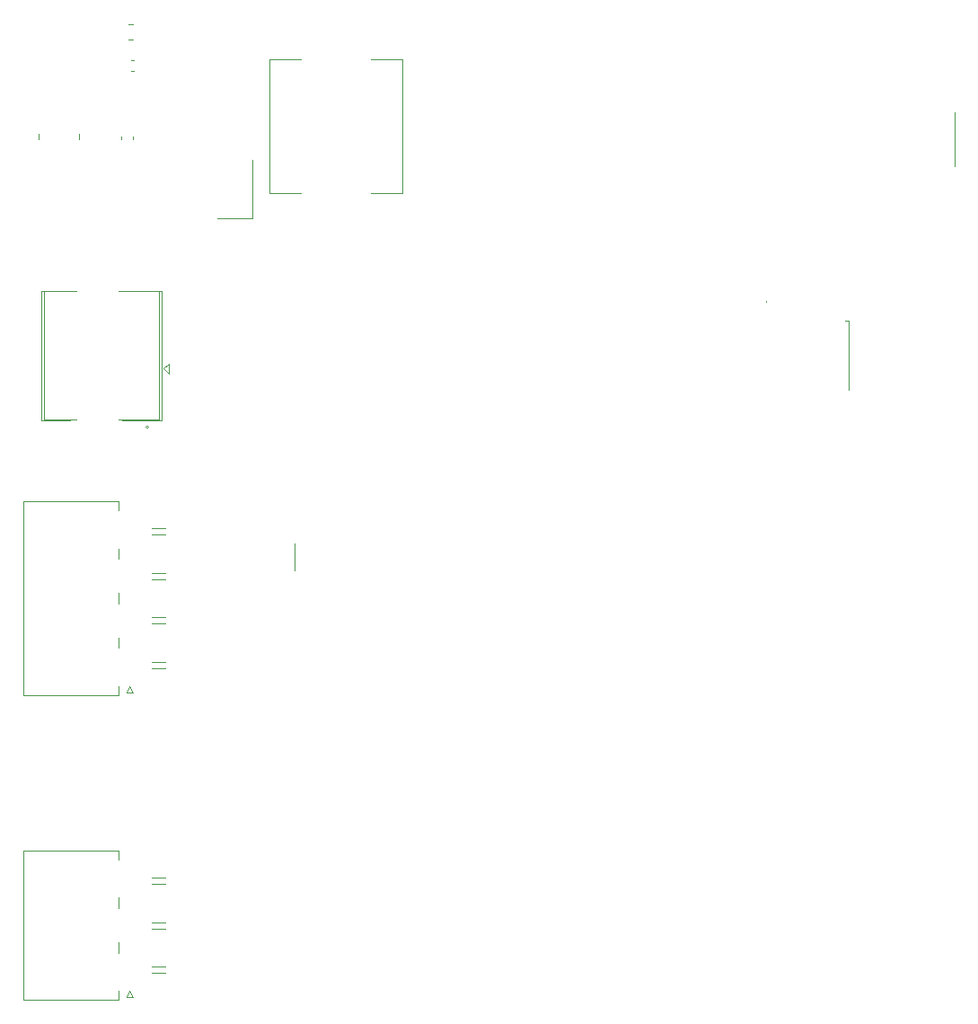
<source format=gbr>
From c91e3d96c90cd1c9b3b6155bc5e37954011cf0af Mon Sep 17 00:00:00 2001
From: Sam Anthony <sam@samanthony.xyz>
Date: Thu, 2 Oct 2025 13:38:04 -0400
Subject: manufacturing

---
 .../can_gauge_interface-F_Silkscreen.gbr           | 1308 ++++++++++++++++----
 1 file changed, 1046 insertions(+), 262 deletions(-)

(limited to 'hw/manufacturing/can_gauge_interface-F_Silkscreen.gbr')

diff --git a/hw/manufacturing/can_gauge_interface-F_Silkscreen.gbr b/hw/manufacturing/can_gauge_interface-F_Silkscreen.gbr
index b3f0445..9228983 100644
--- a/hw/manufacturing/can_gauge_interface-F_Silkscreen.gbr
+++ b/hw/manufacturing/can_gauge_interface-F_Silkscreen.gbr
@@ -1,12 +1,12 @@
 %TF.GenerationSoftware,KiCad,Pcbnew,9.0.0*%
-%TF.CreationDate,2025-10-01T11:12:32-04:00*%
+%TF.CreationDate,2025-10-01T16:31:20-04:00*%
 %TF.ProjectId,can_gauge_interface,63616e5f-6761-4756-9765-5f696e746572,0.2*%
 %TF.SameCoordinates,Original*%
 %TF.FileFunction,Legend,Top*%
 %TF.FilePolarity,Positive*%
 %FSLAX46Y46*%
 G04 Gerber Fmt 4.6, Leading zero omitted, Abs format (unit mm)*
-G04 Created by KiCad (PCBNEW 9.0.0) date 2025-10-01 11:12:32*
+G04 Created by KiCad (PCBNEW 9.0.0) date 2025-10-01 16:31:20*
 %MOMM*%
 %LPD*%
 G01*
@@ -346,6 +346,804 @@ X140425715Y-111602742D02*
 X139911429Y-110917028D01*
 X140425715Y-110402742D02*
 X139740001Y-111088457D01*
+X54443006Y-172367658D02*
+X54385863Y-172424801D01*
+X54385863Y-172424801D02*
+X54214435Y-172481943D01*
+X54214435Y-172481943D02*
+X54100149Y-172481943D01*
+X54100149Y-172481943D02*
+X53928720Y-172424801D01*
+X53928720Y-172424801D02*
+X53814435Y-172310515D01*
+X53814435Y-172310515D02*
+X53757292Y-172196229D01*
+X53757292Y-172196229D02*
+X53700149Y-171967658D01*
+X53700149Y-171967658D02*
+X53700149Y-171796229D01*
+X53700149Y-171796229D02*
+X53757292Y-171567658D01*
+X53757292Y-171567658D02*
+X53814435Y-171453372D01*
+X53814435Y-171453372D02*
+X53928720Y-171339086D01*
+X53928720Y-171339086D02*
+X54100149Y-171281943D01*
+X54100149Y-171281943D02*
+X54214435Y-171281943D01*
+X54214435Y-171281943D02*
+X54385863Y-171339086D01*
+X54385863Y-171339086D02*
+X54443006Y-171396229D01*
+X54900149Y-172139086D02*
+X55471578Y-172139086D01*
+X54785863Y-172481943D02*
+X55185863Y-171281943D01*
+X55185863Y-171281943D02*
+X55585863Y-172481943D01*
+X55985863Y-172481943D02*
+X55985863Y-171281943D01*
+X55985863Y-171281943D02*
+X56671577Y-172481943D01*
+X56671577Y-172481943D02*
+X56671577Y-171281943D01*
+X58785863Y-171339086D02*
+X58671578Y-171281943D01*
+X58671578Y-171281943D02*
+X58500149Y-171281943D01*
+X58500149Y-171281943D02*
+X58328720Y-171339086D01*
+X58328720Y-171339086D02*
+X58214435Y-171453372D01*
+X58214435Y-171453372D02*
+X58157292Y-171567658D01*
+X58157292Y-171567658D02*
+X58100149Y-171796229D01*
+X58100149Y-171796229D02*
+X58100149Y-171967658D01*
+X58100149Y-171967658D02*
+X58157292Y-172196229D01*
+X58157292Y-172196229D02*
+X58214435Y-172310515D01*
+X58214435Y-172310515D02*
+X58328720Y-172424801D01*
+X58328720Y-172424801D02*
+X58500149Y-172481943D01*
+X58500149Y-172481943D02*
+X58614435Y-172481943D01*
+X58614435Y-172481943D02*
+X58785863Y-172424801D01*
+X58785863Y-172424801D02*
+X58843006Y-172367658D01*
+X58843006Y-172367658D02*
+X58843006Y-171967658D01*
+X58843006Y-171967658D02*
+X58614435Y-171967658D01*
+X59871578Y-172481943D02*
+X59871578Y-171853372D01*
+X59871578Y-171853372D02*
+X59814435Y-171739086D01*
+X59814435Y-171739086D02*
+X59700149Y-171681943D01*
+X59700149Y-171681943D02*
+X59471578Y-171681943D01*
+X59471578Y-171681943D02*
+X59357292Y-171739086D01*
+X59871578Y-172424801D02*
+X59757292Y-172481943D01*
+X59757292Y-172481943D02*
+X59471578Y-172481943D01*
+X59471578Y-172481943D02*
+X59357292Y-172424801D01*
+X59357292Y-172424801D02*
+X59300149Y-172310515D01*
+X59300149Y-172310515D02*
+X59300149Y-172196229D01*
+X59300149Y-172196229D02*
+X59357292Y-172081943D01*
+X59357292Y-172081943D02*
+X59471578Y-172024801D01*
+X59471578Y-172024801D02*
+X59757292Y-172024801D01*
+X59757292Y-172024801D02*
+X59871578Y-171967658D01*
+X60957292Y-171681943D02*
+X60957292Y-172481943D01*
+X60443006Y-171681943D02*
+X60443006Y-172310515D01*
+X60443006Y-172310515D02*
+X60500149Y-172424801D01*
+X60500149Y-172424801D02*
+X60614434Y-172481943D01*
+X60614434Y-172481943D02*
+X60785863Y-172481943D01*
+X60785863Y-172481943D02*
+X60900149Y-172424801D01*
+X60900149Y-172424801D02*
+X60957292Y-172367658D01*
+X62043006Y-171681943D02*
+X62043006Y-172653372D01*
+X62043006Y-172653372D02*
+X61985863Y-172767658D01*
+X61985863Y-172767658D02*
+X61928720Y-172824801D01*
+X61928720Y-172824801D02*
+X61814434Y-172881943D01*
+X61814434Y-172881943D02*
+X61643006Y-172881943D01*
+X61643006Y-172881943D02*
+X61528720Y-172824801D01*
+X62043006Y-172424801D02*
+X61928720Y-172481943D01*
+X61928720Y-172481943D02*
+X61700148Y-172481943D01*
+X61700148Y-172481943D02*
+X61585863Y-172424801D01*
+X61585863Y-172424801D02*
+X61528720Y-172367658D01*
+X61528720Y-172367658D02*
+X61471577Y-172253372D01*
+X61471577Y-172253372D02*
+X61471577Y-171910515D01*
+X61471577Y-171910515D02*
+X61528720Y-171796229D01*
+X61528720Y-171796229D02*
+X61585863Y-171739086D01*
+X61585863Y-171739086D02*
+X61700148Y-171681943D01*
+X61700148Y-171681943D02*
+X61928720Y-171681943D01*
+X61928720Y-171681943D02*
+X62043006Y-171739086D01*
+X63071577Y-172424801D02*
+X62957291Y-172481943D01*
+X62957291Y-172481943D02*
+X62728720Y-172481943D01*
+X62728720Y-172481943D02*
+X62614434Y-172424801D01*
+X62614434Y-172424801D02*
+X62557291Y-172310515D01*
+X62557291Y-172310515D02*
+X62557291Y-171853372D01*
+X62557291Y-171853372D02*
+X62614434Y-171739086D01*
+X62614434Y-171739086D02*
+X62728720Y-171681943D01*
+X62728720Y-171681943D02*
+X62957291Y-171681943D01*
+X62957291Y-171681943D02*
+X63071577Y-171739086D01*
+X63071577Y-171739086D02*
+X63128720Y-171853372D01*
+X63128720Y-171853372D02*
+X63128720Y-171967658D01*
+X63128720Y-171967658D02*
+X62557291Y-172081943D01*
+X64557291Y-172481943D02*
+X64557291Y-171281943D01*
+X65128720Y-171681943D02*
+X65128720Y-172481943D01*
+X65128720Y-171796229D02*
+X65185863Y-171739086D01*
+X65185863Y-171739086D02*
+X65300148Y-171681943D01*
+X65300148Y-171681943D02*
+X65471577Y-171681943D01*
+X65471577Y-171681943D02*
+X65585863Y-171739086D01*
+X65585863Y-171739086D02*
+X65643006Y-171853372D01*
+X65643006Y-171853372D02*
+X65643006Y-172481943D01*
+X66043005Y-171681943D02*
+X66500148Y-171681943D01*
+X66214434Y-171281943D02*
+X66214434Y-172310515D01*
+X66214434Y-172310515D02*
+X66271577Y-172424801D01*
+X66271577Y-172424801D02*
+X66385862Y-172481943D01*
+X66385862Y-172481943D02*
+X66500148Y-172481943D01*
+X67357291Y-172424801D02*
+X67243005Y-172481943D01*
+X67243005Y-172481943D02*
+X67014434Y-172481943D01*
+X67014434Y-172481943D02*
+X66900148Y-172424801D01*
+X66900148Y-172424801D02*
+X66843005Y-172310515D01*
+X66843005Y-172310515D02*
+X66843005Y-171853372D01*
+X66843005Y-171853372D02*
+X66900148Y-171739086D01*
+X66900148Y-171739086D02*
+X67014434Y-171681943D01*
+X67014434Y-171681943D02*
+X67243005Y-171681943D01*
+X67243005Y-171681943D02*
+X67357291Y-171739086D01*
+X67357291Y-171739086D02*
+X67414434Y-171853372D01*
+X67414434Y-171853372D02*
+X67414434Y-171967658D01*
+X67414434Y-171967658D02*
+X66843005Y-172081943D01*
+X67928719Y-172481943D02*
+X67928719Y-171681943D01*
+X67928719Y-171910515D02*
+X67985862Y-171796229D01*
+X67985862Y-171796229D02*
+X68043005Y-171739086D01*
+X68043005Y-171739086D02*
+X68157290Y-171681943D01*
+X68157290Y-171681943D02*
+X68271576Y-171681943D01*
+X68500147Y-171681943D02*
+X68957290Y-171681943D01*
+X68671576Y-172481943D02*
+X68671576Y-171453372D01*
+X68671576Y-171453372D02*
+X68728719Y-171339086D01*
+X68728719Y-171339086D02*
+X68843004Y-171281943D01*
+X68843004Y-171281943D02*
+X68957290Y-171281943D01*
+X69871576Y-172481943D02*
+X69871576Y-171853372D01*
+X69871576Y-171853372D02*
+X69814433Y-171739086D01*
+X69814433Y-171739086D02*
+X69700147Y-171681943D01*
+X69700147Y-171681943D02*
+X69471576Y-171681943D01*
+X69471576Y-171681943D02*
+X69357290Y-171739086D01*
+X69871576Y-172424801D02*
+X69757290Y-172481943D01*
+X69757290Y-172481943D02*
+X69471576Y-172481943D01*
+X69471576Y-172481943D02*
+X69357290Y-172424801D01*
+X69357290Y-172424801D02*
+X69300147Y-172310515D01*
+X69300147Y-172310515D02*
+X69300147Y-172196229D01*
+X69300147Y-172196229D02*
+X69357290Y-172081943D01*
+X69357290Y-172081943D02*
+X69471576Y-172024801D01*
+X69471576Y-172024801D02*
+X69757290Y-172024801D01*
+X69757290Y-172024801D02*
+X69871576Y-171967658D01*
+X70957290Y-172424801D02*
+X70843004Y-172481943D01*
+X70843004Y-172481943D02*
+X70614432Y-172481943D01*
+X70614432Y-172481943D02*
+X70500147Y-172424801D01*
+X70500147Y-172424801D02*
+X70443004Y-172367658D01*
+X70443004Y-172367658D02*
+X70385861Y-172253372D01*
+X70385861Y-172253372D02*
+X70385861Y-171910515D01*
+X70385861Y-171910515D02*
+X70443004Y-171796229D01*
+X70443004Y-171796229D02*
+X70500147Y-171739086D01*
+X70500147Y-171739086D02*
+X70614432Y-171681943D01*
+X70614432Y-171681943D02*
+X70843004Y-171681943D01*
+X70843004Y-171681943D02*
+X70957290Y-171739086D01*
+X71928718Y-172424801D02*
+X71814432Y-172481943D01*
+X71814432Y-172481943D02*
+X71585861Y-172481943D01*
+X71585861Y-172481943D02*
+X71471575Y-172424801D01*
+X71471575Y-172424801D02*
+X71414432Y-172310515D01*
+X71414432Y-172310515D02*
+X71414432Y-171853372D01*
+X71414432Y-171853372D02*
+X71471575Y-171739086D01*
+X71471575Y-171739086D02*
+X71585861Y-171681943D01*
+X71585861Y-171681943D02*
+X71814432Y-171681943D01*
+X71814432Y-171681943D02*
+X71928718Y-171739086D01*
+X71928718Y-171739086D02*
+X71985861Y-171853372D01*
+X71985861Y-171853372D02*
+X71985861Y-171967658D01*
+X71985861Y-171967658D02*
+X71414432Y-172081943D01*
+X53643006Y-173613876D02*
+X53928720Y-174413876D01*
+X53928720Y-174413876D02*
+X54214435Y-173613876D01*
+X54900149Y-173213876D02*
+X55014435Y-173213876D01*
+X55014435Y-173213876D02*
+X55128721Y-173271019D01*
+X55128721Y-173271019D02*
+X55185864Y-173328162D01*
+X55185864Y-173328162D02*
+X55243006Y-173442448D01*
+X55243006Y-173442448D02*
+X55300149Y-173671019D01*
+X55300149Y-173671019D02*
+X55300149Y-173956734D01*
+X55300149Y-173956734D02*
+X55243006Y-174185305D01*
+X55243006Y-174185305D02*
+X55185864Y-174299591D01*
+X55185864Y-174299591D02*
+X55128721Y-174356734D01*
+X55128721Y-174356734D02*
+X55014435Y-174413876D01*
+X55014435Y-174413876D02*
+X54900149Y-174413876D01*
+X54900149Y-174413876D02*
+X54785864Y-174356734D01*
+X54785864Y-174356734D02*
+X54728721Y-174299591D01*
+X54728721Y-174299591D02*
+X54671578Y-174185305D01*
+X54671578Y-174185305D02*
+X54614435Y-173956734D01*
+X54614435Y-173956734D02*
+X54614435Y-173671019D01*
+X54614435Y-173671019D02*
+X54671578Y-173442448D01*
+X54671578Y-173442448D02*
+X54728721Y-173328162D01*
+X54728721Y-173328162D02*
+X54785864Y-173271019D01*
+X54785864Y-173271019D02*
+X54900149Y-173213876D01*
+X55814435Y-174299591D02*
+X55871578Y-174356734D01*
+X55871578Y-174356734D02*
+X55814435Y-174413876D01*
+X55814435Y-174413876D02*
+X55757292Y-174356734D01*
+X55757292Y-174356734D02*
+X55814435Y-174299591D01*
+X55814435Y-174299591D02*
+X55814435Y-174413876D01*
+X56328721Y-173328162D02*
+X56385864Y-173271019D01*
+X56385864Y-173271019D02*
+X56500150Y-173213876D01*
+X56500150Y-173213876D02*
+X56785864Y-173213876D01*
+X56785864Y-173213876D02*
+X56900150Y-173271019D01*
+X56900150Y-173271019D02*
+X56957292Y-173328162D01*
+X56957292Y-173328162D02*
+X57014435Y-173442448D01*
+X57014435Y-173442448D02*
+X57014435Y-173556734D01*
+X57014435Y-173556734D02*
+X56957292Y-173728162D01*
+X56957292Y-173728162D02*
+X56271578Y-174413876D01*
+X56271578Y-174413876D02*
+X57014435Y-174413876D01*
+X53700149Y-176288667D02*
+X53871578Y-176345809D01*
+X53871578Y-176345809D02*
+X54157292Y-176345809D01*
+X54157292Y-176345809D02*
+X54271578Y-176288667D01*
+X54271578Y-176288667D02*
+X54328720Y-176231524D01*
+X54328720Y-176231524D02*
+X54385863Y-176117238D01*
+X54385863Y-176117238D02*
+X54385863Y-176002952D01*
+X54385863Y-176002952D02*
+X54328720Y-175888667D01*
+X54328720Y-175888667D02*
+X54271578Y-175831524D01*
+X54271578Y-175831524D02*
+X54157292Y-175774381D01*
+X54157292Y-175774381D02*
+X53928720Y-175717238D01*
+X53928720Y-175717238D02*
+X53814435Y-175660095D01*
+X53814435Y-175660095D02*
+X53757292Y-175602952D01*
+X53757292Y-175602952D02*
+X53700149Y-175488667D01*
+X53700149Y-175488667D02*
+X53700149Y-175374381D01*
+X53700149Y-175374381D02*
+X53757292Y-175260095D01*
+X53757292Y-175260095D02*
+X53814435Y-175202952D01*
+X53814435Y-175202952D02*
+X53928720Y-175145809D01*
+X53928720Y-175145809D02*
+X54214435Y-175145809D01*
+X54214435Y-175145809D02*
+X54385863Y-175202952D01*
+X55414435Y-176345809D02*
+X55414435Y-175717238D01*
+X55414435Y-175717238D02*
+X55357292Y-175602952D01*
+X55357292Y-175602952D02*
+X55243006Y-175545809D01*
+X55243006Y-175545809D02*
+X55014435Y-175545809D01*
+X55014435Y-175545809D02*
+X54900149Y-175602952D01*
+X55414435Y-176288667D02*
+X55300149Y-176345809D01*
+X55300149Y-176345809D02*
+X55014435Y-176345809D01*
+X55014435Y-176345809D02*
+X54900149Y-176288667D01*
+X54900149Y-176288667D02*
+X54843006Y-176174381D01*
+X54843006Y-176174381D02*
+X54843006Y-176060095D01*
+X54843006Y-176060095D02*
+X54900149Y-175945809D01*
+X54900149Y-175945809D02*
+X55014435Y-175888667D01*
+X55014435Y-175888667D02*
+X55300149Y-175888667D01*
+X55300149Y-175888667D02*
+X55414435Y-175831524D01*
+X55985863Y-176345809D02*
+X55985863Y-175545809D01*
+X55985863Y-175660095D02*
+X56043006Y-175602952D01*
+X56043006Y-175602952D02*
+X56157291Y-175545809D01*
+X56157291Y-175545809D02*
+X56328720Y-175545809D01*
+X56328720Y-175545809D02*
+X56443006Y-175602952D01*
+X56443006Y-175602952D02*
+X56500149Y-175717238D01*
+X56500149Y-175717238D02*
+X56500149Y-176345809D01*
+X56500149Y-175717238D02*
+X56557291Y-175602952D01*
+X56557291Y-175602952D02*
+X56671577Y-175545809D01*
+X56671577Y-175545809D02*
+X56843006Y-175545809D01*
+X56843006Y-175545809D02*
+X56957291Y-175602952D01*
+X56957291Y-175602952D02*
+X57014434Y-175717238D01*
+X57014434Y-175717238D02*
+X57014434Y-176345809D01*
+X58443006Y-176002952D02*
+X59014435Y-176002952D01*
+X58328720Y-176345809D02*
+X58728720Y-175145809D01*
+X58728720Y-175145809D02*
+X59128720Y-176345809D01*
+X59528720Y-175545809D02*
+X59528720Y-176345809D01*
+X59528720Y-175660095D02*
+X59585863Y-175602952D01*
+X59585863Y-175602952D02*
+X59700148Y-175545809D01*
+X59700148Y-175545809D02*
+X59871577Y-175545809D01*
+X59871577Y-175545809D02*
+X59985863Y-175602952D01*
+X59985863Y-175602952D02*
+X60043006Y-175717238D01*
+X60043006Y-175717238D02*
+X60043006Y-176345809D01*
+X60443005Y-175545809D02*
+X60900148Y-175545809D01*
+X60614434Y-175145809D02*
+X60614434Y-176174381D01*
+X60614434Y-176174381D02*
+X60671577Y-176288667D01*
+X60671577Y-176288667D02*
+X60785862Y-176345809D01*
+X60785862Y-176345809D02*
+X60900148Y-176345809D01*
+X61300148Y-176345809D02*
+X61300148Y-175145809D01*
+X61814434Y-176345809D02*
+X61814434Y-175717238D01*
+X61814434Y-175717238D02*
+X61757291Y-175602952D01*
+X61757291Y-175602952D02*
+X61643005Y-175545809D01*
+X61643005Y-175545809D02*
+X61471576Y-175545809D01*
+X61471576Y-175545809D02*
+X61357291Y-175602952D01*
+X61357291Y-175602952D02*
+X61300148Y-175660095D01*
+X62557290Y-176345809D02*
+X62443005Y-176288667D01*
+X62443005Y-176288667D02*
+X62385862Y-176231524D01*
+X62385862Y-176231524D02*
+X62328719Y-176117238D01*
+X62328719Y-176117238D02*
+X62328719Y-175774381D01*
+X62328719Y-175774381D02*
+X62385862Y-175660095D01*
+X62385862Y-175660095D02*
+X62443005Y-175602952D01*
+X62443005Y-175602952D02*
+X62557290Y-175545809D01*
+X62557290Y-175545809D02*
+X62728719Y-175545809D01*
+X62728719Y-175545809D02*
+X62843005Y-175602952D01*
+X62843005Y-175602952D02*
+X62900148Y-175660095D01*
+X62900148Y-175660095D02*
+X62957290Y-175774381D01*
+X62957290Y-175774381D02*
+X62957290Y-176117238D01*
+X62957290Y-176117238D02*
+X62900148Y-176231524D01*
+X62900148Y-176231524D02*
+X62843005Y-176288667D01*
+X62843005Y-176288667D02*
+X62728719Y-176345809D01*
+X62728719Y-176345809D02*
+X62557290Y-176345809D01*
+X63471576Y-175545809D02*
+X63471576Y-176345809D01*
+X63471576Y-175660095D02*
+X63528719Y-175602952D01*
+X63528719Y-175602952D02*
+X63643004Y-175545809D01*
+X63643004Y-175545809D02*
+X63814433Y-175545809D01*
+X63814433Y-175545809D02*
+X63928719Y-175602952D01*
+X63928719Y-175602952D02*
+X63985862Y-175717238D01*
+X63985862Y-175717238D02*
+X63985862Y-176345809D01*
+X64443004Y-175545809D02*
+X64728718Y-176345809D01*
+X65014433Y-175545809D02*
+X64728718Y-176345809D01*
+X64728718Y-176345809D02*
+X64614433Y-176631524D01*
+X64614433Y-176631524D02*
+X64557290Y-176688667D01*
+X64557290Y-176688667D02*
+X64443004Y-176745809D01*
+X53700149Y-177192028D02*
+X53757292Y-177134885D01*
+X53757292Y-177134885D02*
+X53871578Y-177077742D01*
+X53871578Y-177077742D02*
+X54157292Y-177077742D01*
+X54157292Y-177077742D02*
+X54271578Y-177134885D01*
+X54271578Y-177134885D02*
+X54328720Y-177192028D01*
+X54328720Y-177192028D02*
+X54385863Y-177306314D01*
+X54385863Y-177306314D02*
+X54385863Y-177420600D01*
+X54385863Y-177420600D02*
+X54328720Y-177592028D01*
+X54328720Y-177592028D02*
+X53643006Y-178277742D01*
+X53643006Y-178277742D02*
+X54385863Y-178277742D01*
+X55128720Y-177077742D02*
+X55243006Y-177077742D01*
+X55243006Y-177077742D02*
+X55357292Y-177134885D01*
+X55357292Y-177134885D02*
+X55414435Y-177192028D01*
+X55414435Y-177192028D02*
+X55471577Y-177306314D01*
+X55471577Y-177306314D02*
+X55528720Y-177534885D01*
+X55528720Y-177534885D02*
+X55528720Y-177820600D01*
+X55528720Y-177820600D02*
+X55471577Y-178049171D01*
+X55471577Y-178049171D02*
+X55414435Y-178163457D01*
+X55414435Y-178163457D02*
+X55357292Y-178220600D01*
+X55357292Y-178220600D02*
+X55243006Y-178277742D01*
+X55243006Y-178277742D02*
+X55128720Y-178277742D01*
+X55128720Y-178277742D02*
+X55014435Y-178220600D01*
+X55014435Y-178220600D02*
+X54957292Y-178163457D01*
+X54957292Y-178163457D02*
+X54900149Y-178049171D01*
+X54900149Y-178049171D02*
+X54843006Y-177820600D01*
+X54843006Y-177820600D02*
+X54843006Y-177534885D01*
+X54843006Y-177534885D02*
+X54900149Y-177306314D01*
+X54900149Y-177306314D02*
+X54957292Y-177192028D01*
+X54957292Y-177192028D02*
+X55014435Y-177134885D01*
+X55014435Y-177134885D02*
+X55128720Y-177077742D01*
+X55985863Y-177192028D02*
+X56043006Y-177134885D01*
+X56043006Y-177134885D02*
+X56157292Y-177077742D01*
+X56157292Y-177077742D02*
+X56443006Y-177077742D01*
+X56443006Y-177077742D02*
+X56557292Y-177134885D01*
+X56557292Y-177134885D02*
+X56614434Y-177192028D01*
+X56614434Y-177192028D02*
+X56671577Y-177306314D01*
+X56671577Y-177306314D02*
+X56671577Y-177420600D01*
+X56671577Y-177420600D02*
+X56614434Y-177592028D01*
+X56614434Y-177592028D02*
+X55928720Y-178277742D01*
+X55928720Y-178277742D02*
+X56671577Y-178277742D01*
+X57757291Y-177077742D02*
+X57185863Y-177077742D01*
+X57185863Y-177077742D02*
+X57128720Y-177649171D01*
+X57128720Y-177649171D02*
+X57185863Y-177592028D01*
+X57185863Y-177592028D02*
+X57300149Y-177534885D01*
+X57300149Y-177534885D02*
+X57585863Y-177534885D01*
+X57585863Y-177534885D02*
+X57700149Y-177592028D01*
+X57700149Y-177592028D02*
+X57757291Y-177649171D01*
+X57757291Y-177649171D02*
+X57814434Y-177763457D01*
+X57814434Y-177763457D02*
+X57814434Y-178049171D01*
+X57814434Y-178049171D02*
+X57757291Y-178163457D01*
+X57757291Y-178163457D02*
+X57700149Y-178220600D01*
+X57700149Y-178220600D02*
+X57585863Y-178277742D01*
+X57585863Y-178277742D02*
+X57300149Y-178277742D01*
+X57300149Y-178277742D02*
+X57185863Y-178220600D01*
+X57185863Y-178220600D02*
+X57128720Y-178163457D01*
+X58328720Y-177820600D02*
+X59243006Y-177820600D01*
+X60443005Y-178277742D02*
+X59757291Y-178277742D01*
+X60100148Y-178277742D02*
+X60100148Y-177077742D01*
+X60100148Y-177077742D02*
+X59985862Y-177249171D01*
+X59985862Y-177249171D02*
+X59871577Y-177363457D01*
+X59871577Y-177363457D02*
+X59757291Y-177420600D01*
+X61185862Y-177077742D02*
+X61300148Y-177077742D01*
+X61300148Y-177077742D02*
+X61414434Y-177134885D01*
+X61414434Y-177134885D02*
+X61471577Y-177192028D01*
+X61471577Y-177192028D02*
+X61528719Y-177306314D01*
+X61528719Y-177306314D02*
+X61585862Y-177534885D01*
+X61585862Y-177534885D02*
+X61585862Y-177820600D01*
+X61585862Y-177820600D02*
+X61528719Y-178049171D01*
+X61528719Y-178049171D02*
+X61471577Y-178163457D01*
+X61471577Y-178163457D02*
+X61414434Y-178220600D01*
+X61414434Y-178220600D02*
+X61300148Y-178277742D01*
+X61300148Y-178277742D02*
+X61185862Y-178277742D01*
+X61185862Y-178277742D02*
+X61071577Y-178220600D01*
+X61071577Y-178220600D02*
+X61014434Y-178163457D01*
+X61014434Y-178163457D02*
+X60957291Y-178049171D01*
+X60957291Y-178049171D02*
+X60900148Y-177820600D01*
+X60900148Y-177820600D02*
+X60900148Y-177534885D01*
+X60900148Y-177534885D02*
+X60957291Y-177306314D01*
+X60957291Y-177306314D02*
+X61014434Y-177192028D01*
+X61014434Y-177192028D02*
+X61071577Y-177134885D01*
+X61071577Y-177134885D02*
+X61185862Y-177077742D01*
+X62100148Y-177820600D02*
+X63014434Y-177820600D01*
+X63814433Y-177077742D02*
+X63928719Y-177077742D01*
+X63928719Y-177077742D02*
+X64043005Y-177134885D01*
+X64043005Y-177134885D02*
+X64100148Y-177192028D01*
+X64100148Y-177192028D02*
+X64157290Y-177306314D01*
+X64157290Y-177306314D02*
+X64214433Y-177534885D01*
+X64214433Y-177534885D02*
+X64214433Y-177820600D01*
+X64214433Y-177820600D02*
+X64157290Y-178049171D01*
+X64157290Y-178049171D02*
+X64100148Y-178163457D01*
+X64100148Y-178163457D02*
+X64043005Y-178220600D01*
+X64043005Y-178220600D02*
+X63928719Y-178277742D01*
+X63928719Y-178277742D02*
+X63814433Y-178277742D01*
+X63814433Y-178277742D02*
+X63700148Y-178220600D01*
+X63700148Y-178220600D02*
+X63643005Y-178163457D01*
+X63643005Y-178163457D02*
+X63585862Y-178049171D01*
+X63585862Y-178049171D02*
+X63528719Y-177820600D01*
+X63528719Y-177820600D02*
+X63528719Y-177534885D01*
+X63528719Y-177534885D02*
+X63585862Y-177306314D01*
+X63585862Y-177306314D02*
+X63643005Y-177192028D01*
+X63643005Y-177192028D02*
+X63700148Y-177134885D01*
+X63700148Y-177134885D02*
+X63814433Y-177077742D01*
+X65357290Y-178277742D02*
+X64671576Y-178277742D01*
+X65014433Y-178277742D02*
+X65014433Y-177077742D01*
+X65014433Y-177077742D02*
+X64900147Y-177249171D01*
+X64900147Y-177249171D02*
+X64785862Y-177363457D01*
+X64785862Y-177363457D02*
+X64671576Y-177420600D01*
 X88620714Y-123794885D02*
 X88506429Y-123737742D01*
 X88506429Y-123737742D02*
@@ -966,20 +1764,92 @@ X86188572Y-124937742D02*
 X86074286Y-124880600D01*
 X86074286Y-124880600D02*
 X86017143Y-124823457D01*
-X77269999Y-106589742D02*
-X76698571Y-106589742D01*
-X76698571Y-106589742D02*
-X76698571Y-105389742D01*
-X78298571Y-106589742D02*
-X77612857Y-106589742D01*
-X77955714Y-106589742D02*
-X77955714Y-105389742D01*
-X77955714Y-105389742D02*
-X77841428Y-105561171D01*
-X77841428Y-105561171D02*
-X77727143Y-105675457D01*
-X77727143Y-105675457D02*
-X77612857Y-105732600D01*
+X55480000Y-179684742D02*
+X55480000Y-180541885D01*
+X55480000Y-180541885D02*
+X55422857Y-180713314D01*
+X55422857Y-180713314D02*
+X55308571Y-180827600D01*
+X55308571Y-180827600D02*
+X55137143Y-180884742D01*
+X55137143Y-180884742D02*
+X55022857Y-180884742D01*
+X55937143Y-179684742D02*
+X56680000Y-179684742D01*
+X56680000Y-179684742D02*
+X56280000Y-180141885D01*
+X56280000Y-180141885D02*
+X56451429Y-180141885D01*
+X56451429Y-180141885D02*
+X56565715Y-180199028D01*
+X56565715Y-180199028D02*
+X56622857Y-180256171D01*
+X56622857Y-180256171D02*
+X56680000Y-180370457D01*
+X56680000Y-180370457D02*
+X56680000Y-180656171D01*
+X56680000Y-180656171D02*
+X56622857Y-180770457D01*
+X56622857Y-180770457D02*
+X56565715Y-180827600D01*
+X56565715Y-180827600D02*
+X56451429Y-180884742D01*
+X56451429Y-180884742D02*
+X56108572Y-180884742D01*
+X56108572Y-180884742D02*
+X55994286Y-180827600D01*
+X55994286Y-180827600D02*
+X55937143Y-180770457D01*
+X55480000Y-147934742D02*
+X55480000Y-148791885D01*
+X55480000Y-148791885D02*
+X55422857Y-148963314D01*
+X55422857Y-148963314D02*
+X55308571Y-149077600D01*
+X55308571Y-149077600D02*
+X55137143Y-149134742D01*
+X55137143Y-149134742D02*
+X55022857Y-149134742D01*
+X55994286Y-148049028D02*
+X56051429Y-147991885D01*
+X56051429Y-147991885D02*
+X56165715Y-147934742D01*
+X56165715Y-147934742D02*
+X56451429Y-147934742D01*
+X56451429Y-147934742D02*
+X56565715Y-147991885D01*
+X56565715Y-147991885D02*
+X56622857Y-148049028D01*
+X56622857Y-148049028D02*
+X56680000Y-148163314D01*
+X56680000Y-148163314D02*
+X56680000Y-148277600D01*
+X56680000Y-148277600D02*
+X56622857Y-148449028D01*
+X56622857Y-148449028D02*
+X55937143Y-149134742D01*
+X55937143Y-149134742D02*
+X56680000Y-149134742D01*
+X54845000Y-127614742D02*
+X54845000Y-128471885D01*
+X54845000Y-128471885D02*
+X54787857Y-128643314D01*
+X54787857Y-128643314D02*
+X54673571Y-128757600D01*
+X54673571Y-128757600D02*
+X54502143Y-128814742D01*
+X54502143Y-128814742D02*
+X54387857Y-128814742D01*
+X56045000Y-128814742D02*
+X55359286Y-128814742D01*
+X55702143Y-128814742D02*
+X55702143Y-127614742D01*
+X55702143Y-127614742D02*
+X55587857Y-127786171D01*
+X55587857Y-127786171D02*
+X55473572Y-127900457D01*
+X55473572Y-127900457D02*
+X55359286Y-127957600D01*
 X124060000Y-131424742D02*
 X124060000Y-132281885D01*
 X124060000Y-132281885D02*
@@ -1718,42 +2588,6 @@ X63407857Y-117397600D02*
 X63122143Y-118254742D01*
 X63122143Y-118254742D02*
 X63865000Y-118254742D01*
-X55480000Y-179684742D02*
-X55480000Y-180541885D01*
-X55480000Y-180541885D02*
-X55422857Y-180713314D01*
-X55422857Y-180713314D02*
-X55308571Y-180827600D01*
-X55308571Y-180827600D02*
-X55137143Y-180884742D01*
-X55137143Y-180884742D02*
-X55022857Y-180884742D01*
-X55937143Y-179684742D02*
-X56680000Y-179684742D01*
-X56680000Y-179684742D02*
-X56280000Y-180141885D01*
-X56280000Y-180141885D02*
-X56451429Y-180141885D01*
-X56451429Y-180141885D02*
-X56565715Y-180199028D01*
-X56565715Y-180199028D02*
-X56622857Y-180256171D01*
-X56622857Y-180256171D02*
-X56680000Y-180370457D01*
-X56680000Y-180370457D02*
-X56680000Y-180656171D01*
-X56680000Y-180656171D02*
-X56622857Y-180770457D01*
-X56622857Y-180770457D02*
-X56565715Y-180827600D01*
-X56565715Y-180827600D02*
-X56451429Y-180884742D01*
-X56451429Y-180884742D02*
-X56108572Y-180884742D01*
-X56108572Y-180884742D02*
-X55994286Y-180827600D01*
-X55994286Y-180827600D02*
-X55937143Y-180770457D01*
 X63022500Y-104049742D02*
 X62622500Y-103478314D01*
 X62336786Y-104049742D02*
@@ -1786,26 +2620,6 @@ X63708214Y-103021171D02*
 X63593929Y-103135457D01*
 X63593929Y-103135457D02*
 X63479643Y-103192600D01*
-X58020000Y-125074742D02*
-X58020000Y-125931885D01*
-X58020000Y-125931885D02*
-X57962857Y-126103314D01*
-X57962857Y-126103314D02*
-X57848571Y-126217600D01*
-X57848571Y-126217600D02*
-X57677143Y-126274742D01*
-X57677143Y-126274742D02*
-X57562857Y-126274742D01*
-X59220000Y-126274742D02*
-X58534286Y-126274742D01*
-X58877143Y-126274742D02*
-X58877143Y-125074742D01*
-X58877143Y-125074742D02*
-X58762857Y-125246171D01*
-X58762857Y-125246171D02*
-X58648572Y-125360457D01*
-X58648572Y-125360457D02*
-X58534286Y-125417600D01*
 X79010000Y-159594742D02*
 X79010000Y-160451885D01*
 X79010000Y-160451885D02*
@@ -1836,36 +2650,26 @@ X80152857Y-160166171D02*
 X80038572Y-160223314D01*
 X80038572Y-160223314D02*
 X79581429Y-160223314D01*
-X81352857Y-159594742D02*
-X80781429Y-159594742D01*
-X80781429Y-159594742D02*
-X80724286Y-160166171D01*
-X80724286Y-160166171D02*
-X80781429Y-160109028D01*
-X80781429Y-160109028D02*
-X80895715Y-160051885D01*
-X80895715Y-160051885D02*
-X81181429Y-160051885D01*
-X81181429Y-160051885D02*
-X81295715Y-160109028D01*
-X81295715Y-160109028D02*
-X81352857Y-160166171D01*
-X81352857Y-160166171D02*
-X81410000Y-160280457D01*
-X81410000Y-160280457D02*
-X81410000Y-160566171D01*
-X81410000Y-160566171D02*
-X81352857Y-160680457D01*
-X81352857Y-160680457D02*
-X81295715Y-160737600D01*
-X81295715Y-160737600D02*
-X81181429Y-160794742D01*
-X81181429Y-160794742D02*
-X80895715Y-160794742D01*
-X80895715Y-160794742D02*
-X80781429Y-160737600D01*
-X80781429Y-160737600D02*
-X80724286Y-160680457D01*
+X80724286Y-159709028D02*
+X80781429Y-159651885D01*
+X80781429Y-159651885D02*
+X80895715Y-159594742D01*
+X80895715Y-159594742D02*
+X81181429Y-159594742D01*
+X81181429Y-159594742D02*
+X81295715Y-159651885D01*
+X81295715Y-159651885D02*
+X81352857Y-159709028D01*
+X81352857Y-159709028D02*
+X81410000Y-159823314D01*
+X81410000Y-159823314D02*
+X81410000Y-159937600D01*
+X81410000Y-159937600D02*
+X81352857Y-160109028D01*
+X81352857Y-160109028D02*
+X80667143Y-160794742D01*
+X80667143Y-160794742D02*
+X81410000Y-160794742D01*
 X77981428Y-151514742D02*
 X78667143Y-151514742D01*
 X78324285Y-152714742D02*
@@ -2002,6 +2806,20 @@ X60696429Y-108444028D02*
 X60639286Y-108501171D01*
 X60639286Y-108501171D02*
 X60582143Y-108615457D01*
+X77269999Y-106589742D02*
+X76698571Y-106589742D01*
+X76698571Y-106589742D02*
+X76698571Y-105389742D01*
+X78298571Y-106589742D02*
+X77612857Y-106589742D01*
+X77955714Y-106589742D02*
+X77955714Y-105389742D01*
+X77955714Y-105389742D02*
+X77841428Y-105561171D01*
+X77841428Y-105561171D02*
+X77727143Y-105675457D01*
+X77727143Y-105675457D02*
+X77612857Y-105732600D01*
 X55045000Y-118654742D02*
 X54645000Y-118083314D01*
 X54359286Y-118654742D02*
@@ -2660,26 +3478,16 @@ X142382857Y-122066171D02*
 X142268572Y-122123314D01*
 X142268572Y-122123314D02*
 X141811429Y-122123314D01*
-X142954286Y-121609028D02*
-X143011429Y-121551885D01*
-X143011429Y-121551885D02*
-X143125715Y-121494742D01*
-X143125715Y-121494742D02*
-X143411429Y-121494742D01*
-X143411429Y-121494742D02*
-X143525715Y-121551885D01*
-X143525715Y-121551885D02*
-X143582857Y-121609028D01*
-X143582857Y-121609028D02*
-X143640000Y-121723314D01*
-X143640000Y-121723314D02*
-X143640000Y-121837600D01*
-X143640000Y-121837600D02*
-X143582857Y-122009028D01*
-X143582857Y-122009028D02*
-X142897143Y-122694742D01*
-X142897143Y-122694742D02*
-X143640000Y-122694742D01*
+X143640000Y-122694742D02*
+X142954286Y-122694742D01*
+X143297143Y-122694742D02*
+X143297143Y-121494742D01*
+X143297143Y-121494742D02*
+X143182857Y-121666171D01*
+X143182857Y-121666171D02*
+X143068572Y-121780457D01*
+X143068572Y-121780457D02*
+X142954286Y-121837600D01*
 X136658572Y-114844742D02*
 X136658572Y-113644742D01*
 X136658572Y-113644742D02*
@@ -2890,36 +3698,6 @@ X76685714Y-122071171D02*
 X76571429Y-122185457D01*
 X76571429Y-122185457D02*
 X76457143Y-122242600D01*
-X55480000Y-147934742D02*
-X55480000Y-148791885D01*
-X55480000Y-148791885D02*
-X55422857Y-148963314D01*
-X55422857Y-148963314D02*
-X55308571Y-149077600D01*
-X55308571Y-149077600D02*
-X55137143Y-149134742D01*
-X55137143Y-149134742D02*
-X55022857Y-149134742D01*
-X55994286Y-148049028D02*
-X56051429Y-147991885D01*
-X56051429Y-147991885D02*
-X56165715Y-147934742D01*
-X56165715Y-147934742D02*
-X56451429Y-147934742D01*
-X56451429Y-147934742D02*
-X56565715Y-147991885D01*
-X56565715Y-147991885D02*
-X56622857Y-148049028D01*
-X56622857Y-148049028D02*
-X56680000Y-148163314D01*
-X56680000Y-148163314D02*
-X56680000Y-148277600D01*
-X56680000Y-148277600D02*
-X56622857Y-148449028D01*
-X56622857Y-148449028D02*
-X55937143Y-149134742D01*
-X55937143Y-149134742D02*
-X56680000Y-149134742D01*
 X58855000Y-118654742D02*
 X58455000Y-118083314D01*
 X58169286Y-118654742D02*
@@ -4363,19 +5141,107 @@ X107594285Y-203173314D01*
 X107594285Y-203173314D02*
 X107651428Y-203059028D01*
 D11*
-%TO.C,L1*%
-X76250000Y-120600000D02*
-X76250000Y-108000000D01*
-X79250000Y-120600000D02*
-X76250000Y-120600000D01*
-X88850000Y-120600000D02*
-X85850000Y-120600000D01*
-X76250000Y-108000000D02*
-X79250000Y-108000000D01*
-X85850000Y-108000000D02*
-X88850000Y-108000000D01*
-X88850000Y-108000000D02*
-X88850000Y-120600000D01*
+%TO.C,J3*%
+X53080000Y-196630000D02*
+X53080000Y-189620000D01*
+X62090000Y-196630000D02*
+X53080000Y-196630000D01*
+X62780000Y-196420000D02*
+X63080000Y-195820000D01*
+X63380000Y-196420000D02*
+X62780000Y-196420000D01*
+X62090000Y-195820000D02*
+X62090000Y-196630000D01*
+X63080000Y-195820000D02*
+X63380000Y-196420000D01*
+X65190000Y-194120000D02*
+X66470000Y-194120000D01*
+X65190000Y-193520000D02*
+X66470000Y-193520000D01*
+X62080000Y-192210000D02*
+X62080000Y-191230000D01*
+X65190000Y-189920000D02*
+X66470000Y-189920000D01*
+X65190000Y-189320000D02*
+X66470000Y-189320000D01*
+X62080000Y-188010000D02*
+X62080000Y-187030000D01*
+X65190000Y-185720000D02*
+X66470000Y-185720000D01*
+X65190000Y-185120000D02*
+X66470000Y-185120000D01*
+X62090000Y-183420000D02*
+X62090000Y-182610000D01*
+X53080000Y-182610000D02*
+X53080000Y-189620000D01*
+X62090000Y-182610000D02*
+X53080000Y-182610000D01*
+%TO.C,J2*%
+X53080000Y-167910000D02*
+X53080000Y-158800000D01*
+X62090000Y-167910000D02*
+X53080000Y-167910000D01*
+X62780000Y-167700000D02*
+X63080000Y-167100000D01*
+X63380000Y-167700000D02*
+X62780000Y-167700000D01*
+X62090000Y-167100000D02*
+X62090000Y-167910000D01*
+X63080000Y-167100000D02*
+X63380000Y-167700000D01*
+X65190000Y-165400000D02*
+X66470000Y-165400000D01*
+X65190000Y-164800000D02*
+X66470000Y-164800000D01*
+X62080000Y-163490000D02*
+X62080000Y-162510000D01*
+X65190000Y-161200000D02*
+X66470000Y-161200000D01*
+X65190000Y-160600000D02*
+X66470000Y-160600000D01*
+X62080000Y-159290000D02*
+X62080000Y-158310000D01*
+X65190000Y-157000000D02*
+X66470000Y-157000000D01*
+X65190000Y-156400000D02*
+X66470000Y-156400000D01*
+X62080000Y-155090000D02*
+X62080000Y-154110000D01*
+X65190000Y-152800000D02*
+X66470000Y-152800000D01*
+X65190000Y-152200000D02*
+X66470000Y-152200000D01*
+X62090000Y-150500000D02*
+X62090000Y-149690000D01*
+X53080000Y-149690000D02*
+X53080000Y-158800000D01*
+X62090000Y-149690000D02*
+X53080000Y-149690000D01*
+D10*
+%TO.C,J1*%
+X65870000Y-129860000D02*
+X65870000Y-141960000D01*
+X62080000Y-129860000D02*
+X65870000Y-129860000D01*
+X55070000Y-129860000D02*
+X58060000Y-129860000D01*
+X65870000Y-141960000D02*
+X62080000Y-141960000D01*
+X58060000Y-141960000D02*
+X55070000Y-141960000D01*
+X55070000Y-141960000D02*
+X55070000Y-129860000D01*
+X64870000Y-142660000D02*
+G75*
+G02*
+X64670000Y-142660000I-100000J0D01*
+G01*
+X64670000Y-142660000D02*
+G75*
+G02*
+X64870000Y-142660000I100000J0D01*
+G01*
+D11*
 %TO.C,J7*%
 X123130000Y-130750000D02*
 X123130000Y-130870000D01*
@@ -4467,66 +5333,12 @@ X62355000Y-115289420D02*
 X62355000Y-115570580D01*
 X63375000Y-115289420D02*
 X63375000Y-115570580D01*
-%TO.C,J3*%
-X53080000Y-182610000D02*
-X53080000Y-189620000D01*
-X53080000Y-196630000D02*
-X53080000Y-189620000D01*
-X62080000Y-188010000D02*
-X62080000Y-187030000D01*
-X62080000Y-192210000D02*
-X62080000Y-191230000D01*
-X62090000Y-182610000D02*
-X53080000Y-182610000D01*
-X62090000Y-183420000D02*
-X62090000Y-182610000D01*
-X62090000Y-195820000D02*
-X62090000Y-196630000D01*
-X62090000Y-196630000D02*
-X53080000Y-196630000D01*
-X62780000Y-196420000D02*
-X63080000Y-195820000D01*
-X63080000Y-195820000D02*
-X63380000Y-196420000D01*
-X63380000Y-196420000D02*
-X62780000Y-196420000D01*
-X65190000Y-185120000D02*
-X66470000Y-185120000D01*
-X65190000Y-185720000D02*
-X66470000Y-185720000D01*
-X65190000Y-189320000D02*
-X66470000Y-189320000D01*
-X65190000Y-189920000D02*
-X66470000Y-189920000D01*
-X65190000Y-193520000D02*
-X66470000Y-193520000D01*
-X65190000Y-194120000D02*
-X66470000Y-194120000D01*
 %TO.C,R1*%
 X62995436Y-104675000D02*
 X63449564Y-104675000D01*
 X62995436Y-106145000D02*
 X63449564Y-106145000D01*
-%TO.C,J1*%
-X54770000Y-129800000D02*
-X54770000Y-142020000D01*
-X54770000Y-129800000D02*
-X57470000Y-129800000D01*
-X54770000Y-142020000D02*
-X57470000Y-142020000D01*
-X66120000Y-129800000D02*
-X62370000Y-129800000D01*
-X66120000Y-129800000D02*
-X66120000Y-142020000D01*
-X66120000Y-142020000D02*
-X62370000Y-142020000D01*
-X66320000Y-137160000D02*
-X66820000Y-137660000D01*
-X66820000Y-136660000D02*
-X66320000Y-137160000D01*
-X66820000Y-137660000D02*
-X66820000Y-136660000D01*
-%TO.C,JP5*%
+%TO.C,JP2*%
 X78680000Y-156210000D02*
 X78680000Y-153610000D01*
 X78680000Y-158810000D02*
@@ -4544,6 +5356,19 @@ X63219420Y-108075000D02*
 X63500580Y-108075000D01*
 X63219420Y-109095000D02*
 X63500580Y-109095000D01*
+%TO.C,L1*%
+X76250000Y-108000000D02*
+X79250000Y-108000000D01*
+X76250000Y-120600000D02*
+X76250000Y-108000000D01*
+X79250000Y-120600000D02*
+X76250000Y-120600000D01*
+X85850000Y-108000000D02*
+X88850000Y-108000000D01*
+X88850000Y-108000000D02*
+X88850000Y-120600000D01*
+X88850000Y-120600000D02*
+X85850000Y-120600000D01*
 %TO.C,R2*%
 X54510000Y-115065436D02*
 X54510000Y-115519564D01*
@@ -4631,7 +5456,7 @@ X130910000Y-132620000D02*
 X130580000Y-132620000D01*
 X130910000Y-139160000D02*
 X130910000Y-132620000D01*
-%TO.C,JP2*%
+%TO.C,JP1*%
 X140910000Y-118110000D02*
 X140910000Y-112970000D01*
 X140910000Y-120710000D02*
@@ -4667,47 +5492,6 @@ X71375000Y-122985000D02*
 X74675000Y-122985000D01*
 X74675000Y-122985000D02*
 X74675000Y-117475000D01*
-%TO.C,J2*%
-X53080000Y-149690000D02*
-X53080000Y-158800000D01*
-X53080000Y-167910000D02*
-X53080000Y-158800000D01*
-X62080000Y-155090000D02*
-X62080000Y-154110000D01*
-X62080000Y-159290000D02*
-X62080000Y-158310000D01*
-X62080000Y-163490000D02*
-X62080000Y-162510000D01*
-X62090000Y-149690000D02*
-X53080000Y-149690000D01*
-X62090000Y-150500000D02*
-X62090000Y-149690000D01*
-X62090000Y-167100000D02*
-X62090000Y-167910000D01*
-X62090000Y-167910000D02*
-X53080000Y-167910000D01*
-X62780000Y-167700000D02*
-X63080000Y-167100000D01*
-X63080000Y-167100000D02*
-X63380000Y-167700000D01*
-X63380000Y-167700000D02*
-X62780000Y-167700000D01*
-X65190000Y-152200000D02*
-X66470000Y-152200000D01*
-X65190000Y-152800000D02*
-X66470000Y-152800000D01*
-X65190000Y-156400000D02*
-X66470000Y-156400000D01*
-X65190000Y-157000000D02*
-X66470000Y-157000000D01*
-X65190000Y-160600000D02*
-X66470000Y-160600000D01*
-X65190000Y-161200000D02*
-X66470000Y-161200000D01*
-X65190000Y-164800000D02*
-X66470000Y-164800000D01*
-X65190000Y-165400000D02*
-X66470000Y-165400000D01*
 %TO.C,R3*%
 X58320000Y-115065436D02*
 X58320000Y-115519564D01*
-- 
cgit v1.2.3


</source>
